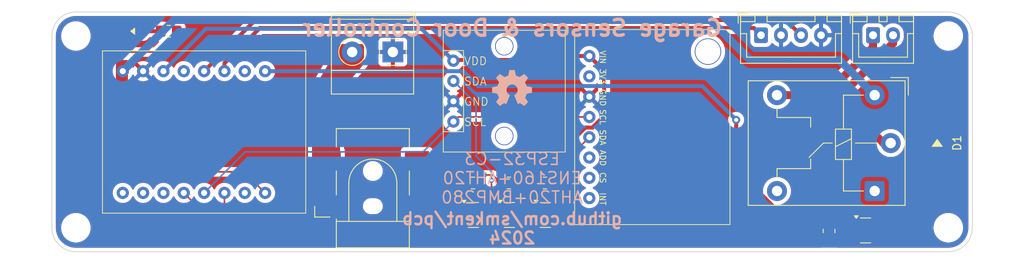
<source format=kicad_pcb>
(kicad_pcb (version 20240108) (generator "pcbnew") (generator_version "8.0")
  (layers (0 "F.Cu" signal) (31 "B.Cu" signal) (34 "B.Paste" user) (35 "F.Paste" user) (36 "B.SilkS" user "B.Silkscreen") (37 "F.SilkS" user "F.Silkscreen") (38 "B.Mask" user) (39 "F.Mask" user) (44 "Edge.Cuts" user))
  (net 0 "")
  (net 2 "GND")
  (net 9 "RELAY_COIL")
  (net 10 "+5V")
  (net 12 "RELAY_SW_COMMON")
  (net 13 "RELAY_SW_NO")
  (net 14 "Net-(LED1-A)")
  (net 15 "RELAY_CONTROL")
  (net 16 "SEL")
  (net 17 "Net-(Q2-D)")
  (net 18 "SDA")
  (net 19 "BUS1_SDA")
  (net 20 "BUS0_SDA")
  (net 21 "LED_STATUS")
  (net 22 "+3V3")
  (net 23 "SCL")
  (net 28 "DOOR_SENSE")
  (net 29 "LOCK_SENSE")
  (footprint "custom:TerminalBlock_Phoenix_MKDS-1,5-2-5.08_1x02_P5.08mm_Horizontal" (layer "F.Cu") (at 132.6 90.5 180)
    (property "Reference" "J4" (hide yes))
    (property "Value" "Conn_01x02")
    (fp_line (start 7.68 -5.261) (end 7.68 4.66) (stroke (width 0.12)) (layer "F.SilkS"))
    (fp_line (start 6.355 -1.069) (end 6.308 -1.023) (stroke (width 0.12)) (layer "F.SilkS"))
    (fp_line (start 6.15 -1.275) (end 6.115 -1.239) (stroke (width 0.12)) (layer "F.SilkS"))
    (fp_line (start 4.046 1.239) (end 4.011 1.274) (stroke (width 0.12)) (layer "F.SilkS"))
    (fp_line (start 3.853 1.023) (end 3.806 1.069) (stroke (width 0.12)) (layer "F.SilkS"))
    (fp_line (start -2.6 4.66) (end 7.68 4.66) (stroke (width 0.12)) (layer "F.SilkS"))
    (fp_line (start -2.6 4.1) (end 7.68 4.1) (stroke (width 0.12)) (layer "F.SilkS"))
    (fp_line (start -2.6 2.6) (end 7.68 2.6) (stroke (width 0.12)) (layer "F.SilkS"))
    (fp_line (start -2.6 -2.301) (end 7.68 -2.301) (stroke (width 0.12)) (layer "F.SilkS"))
    (fp_line (start -2.6 -5.261) (end 7.68 -5.261) (stroke (width 0.12)) (layer "F.SilkS"))
    (fp_line (start -2.6 -5.261) (end -2.6 4.66) (stroke (width 0.12)) (layer "F.SilkS"))
    (fp_line (start -2.84 4.9) (end -2.34 4.9) (stroke (width 0.12)) (layer "F.SilkS"))
    (fp_line (start -2.84 4.16) (end -2.84 4.9) (stroke (width 0.12)) (layer "F.SilkS"))
    (fp_arc (start 1.535427 -0.683042) (mid 1.680501 0.000524) (end 1.535 0.684) (stroke (width 0.12)) (layer "F.SilkS"))
    (fp_arc (start 0.683318 1.534756) (mid 0.349292 1.643288) (end 0 1.68) (stroke (width 0.12)) (layer "F.SilkS"))
    (fp_arc (start 0.028805 1.680253) (mid -0.335551 1.646659) (end -0.684 1.535) (stroke (width 0.12)) (layer "F.SilkS"))
    (fp_arc (start -0.683042 -1.535427) (mid 0.000524 -1.680501) (end 0.684 -1.535) (stroke (width 0.12)) (layer "F.SilkS"))
    (fp_arc (start -1.535427 0.683042) (mid -1.680501 -0.000524) (end -1.535 -0.684) (stroke (width 0.12)) (layer "F.SilkS"))
    (fp_circle (center 5.08 0) (end 6.76 0) (stroke (width 0.12)) (fill none) (layer "F.SilkS"))
    (pad "1" thru_hole rect (at 0 0 180) (size 2.6 2.6) (drill 1.3) (layers "*.Cu" "*.Mask") (net 2 "GND"))
    (pad "2" thru_hole circle (at 5.08 0 180) (size 2.6 2.6) (drill 1.3) (layers "*.Cu" "*.Mask") (net 10 "+5V"))
  )
  (footprint "Resistor_SMD:R_0805_2012Metric_Pad1.20x1.40mm_HandSolder" (layer "F.Cu") (at 151.6 106.9 180)
    (property "Reference" "R5" (hide yes))
    (property "Value" "10K")
    (fp_line (start -0.227064 0.735) (end 0.227064 0.735) (stroke (width 0.12)) (layer "F.SilkS"))
    (fp_line (start -0.227064 -0.735) (end 0.227064 -0.735) (stroke (width 0.12)) (layer "F.SilkS"))
    (pad "1" smd roundrect (at -1 0 180) (size 1.2 1.4) (layers "F.Cu" "F.Paste" "F.Mask") (roundrect_rratio 0.208333) (net 19 "BUS1_SDA"))
    (pad "2" smd roundrect (at 1 0 180) (size 1.2 1.4) (layers "F.Cu" "F.Paste" "F.Mask") (roundrect_rratio 0.208333) (net 22 "+3V3"))
  )
  (footprint "Package_TO_SOT_SMD:SOT-23" (layer "F.Cu") (at 147.1625 110.9)
    (property "Reference" "Q4" (hide yes))
    (property "Value" "BSS138")
    (fp_line (start 0 -1.56) (end -0.65 -1.56) (stroke (width 0.12)) (layer "F.SilkS"))
    (fp_line (start 0 -1.56) (end 0.65 -1.56) (stroke (width 0.12)) (layer "F.SilkS"))
    (fp_line (start 0 1.56) (end -0.65 1.56) (stroke (width 0.12)) (layer "F.SilkS"))
    (fp_line (start 0 1.56) (end 0.65 1.56) (stroke (width 0.12)) (layer "F.SilkS"))
    (fp_poly (pts (xy -1.1625 -1.51) (xy -1.4025 -1.84) (xy -0.9225 -1.84) (xy -1.1625 -1.51)) (stroke (width 0.12)) (fill solid) (layer "F.SilkS"))
    (pad "1" smd roundrect (at -0.9375 -0.95) (size 1.475 0.6) (layers "F.Cu" "F.Paste" "F.Mask") (net 16 "SEL"))
    (pad "2" smd roundrect (at -0.9375 0.95) (size 1.475 0.6) (layers "F.Cu" "F.Paste" "F.Mask") (net 18 "SDA"))
    (pad "3" smd roundrect (at 0.9375 0) (size 1.475 0.6) (layers "F.Cu" "F.Paste" "F.Mask") (net 20 "BUS0_SDA"))
  )
  (footprint "aliexpress:AHT20+BMP280" (layer "F.Cu") (at 151.6 95.4 -90)
    (property "Reference" "U2" (hide yes))
    (property "Value" "~")
    (fp_rect (start -5.08 10.16) (end 5.08 12.7) (stroke (width 0.1)) (fill none) (layer "F.SilkS"))
    (fp_rect (start -7.62 -2.54) (end 7.62 12.7) (stroke (width 0.1)) (fill none) (layer "F.SilkS"))
    (fp_text user "SCL" (at 4.445 10.16 0) (layer "F.SilkS") (effects (font (thickness 0.1)) (justify left bottom)))
    (fp_text user "VDD" (at -3.175 10.16 0) (layer "F.SilkS") (effects (font (thickness 0.1)) (justify left bottom)))
    (fp_text user "GND" (at 1.905 10.16 0) (layer "F.SilkS") (effects (font (thickness 0.1)) (justify left bottom)))
    (fp_text user "SDA" (at -0.635 10.16 0) (layer "F.SilkS") (effects (font (thickness 0.1)) (justify left bottom)))
    (pad "" np_thru_hole circle (at -5.62 5.08 270) (size 2.3 2.3) (drill 2.1) (layers "F&B.Cu" "*.Mask"))
    (pad "" np_thru_hole circle (at 5.62 5.08 270) (size 2.3 2.3) (drill 2.1) (layers "F&B.Cu" "*.Mask"))
    (pad "1" thru_hole circle (at -3.81 11.43 270) (size 1.524 1.524) (drill 0.762) (layers "*.Cu" "*.Mask") (net 22 "+3V3"))
    (pad "2" thru_hole circle (at -1.27 11.43 270) (size 1.524 1.524) (drill 0.762) (layers "*.Cu" "*.Mask") (net 20 "BUS0_SDA"))
    (pad "3" thru_hole circle (at 1.27 11.43 270) (size 1.524 1.524) (drill 0.762) (layers "*.Cu" "*.Mask") (net 2 "GND"))
    (pad "4" thru_hole circle (at 3.81 11.43 270) (size 1.524 1.524) (drill 0.762) (layers "*.Cu" "*.Mask") (net 23 "SCL"))
  )
  (footprint "aliexpress:ENS160+AHT2x" (layer "F.Cu") (at 165.02 99.9 -90)
    (property "Reference" "U3" (hide yes))
    (property "Value" "~")
    (fp_rect (start -12.2 -9.7) (end 12.2 9.7) (stroke (width 0.1)) (fill none) (layer "F.SilkS"))
    (fp_text user "INT" (at 8.128 6.604 -90) (layer "F.SilkS") (effects (font (size 0.7 0.7) (thickness 0.1)) (justify left bottom)))
    (fp_text user "SCL" (at -2.286 6.604 -90) (layer "F.SilkS") (effects (font (size 0.7 0.7) (thickness 0.1)) (justify left bottom)))
    (fp_text user "SDA" (at 0.254 6.604 -90) (layer "F.SilkS") (effects (font (size 0.7 0.7) (thickness 0.1)) (justify left bottom)))
    (fp_text user "3V3" (at -7.366 6.604 -90) (layer "F.SilkS") (effects (font (size 0.7 0.7) (thickness 0.1)) (justify left bottom)))
    (fp_text user "VIN" (at -9.652 6.604 -90) (layer "F.SilkS") (effects (font (size 0.7 0.7) (thickness 0.1)) (justify left bottom)))
    (fp_text user "CS" (at 5.588 6.604 -90) (layer "F.SilkS") (effects (font (size 0.7 0.7) (thickness 0.1)) (justify left bottom)))
    (fp_text user "GND" (at -4.826 6.604 -90) (layer "F.SilkS") (effects (font (size 0.7 0.7) (thickness 0.1)) (justify left bottom)))
    (fp_text user "ADD" (at 2.794 6.604 -90) (layer "F.SilkS") (effects (font (size 0.7 0.7) (thickness 0.1)) (justify left bottom)))
    (pad "" np_thru_hole circle (at -9.45 -6.95 270) (size 3.3 3.3) (drill 3.1) (layers "F&B.Cu" "*.Mask"))
    (pad "1" thru_hole circle (at -8.89 7.87 270) (size 1.524 1.524) (drill 0.762) (layers "*.Cu" "*.Mask") (net 22 "+3V3"))
    (pad "2" thru_hole circle (at -6.35 7.87 270) (size 1.524 1.524) (drill 0.762) (layers "*.Cu" "*.Mask"))
    (pad "3" thru_hole circle (at -3.81 7.87 270) (size 1.524 1.524) (drill 0.762) (layers "*.Cu" "*.Mask") (net 2 "GND"))
    (pad "4" thru_hole circle (at -1.27 7.87 270) (size 1.524 1.524) (drill 0.762) (layers "*.Cu" "*.Mask") (net 23 "SCL"))
    (pad "5" thru_hole circle (at 1.27 7.87 270) (size 1.524 1.524) (drill 0.762) (layers "*.Cu" "*.Mask") (net 19 "BUS1_SDA"))
    (pad "6" thru_hole circle (at 3.81 7.87 270) (size 1.524 1.524) (drill 0.762) (layers "*.Cu" "*.Mask"))
    (pad "7" thru_hole circle (at 6.35 7.87 270) (size 1.524 1.524) (drill 0.762) (layers "*.Cu" "*.Mask"))
    (pad "8" thru_hole circle (at 8.89 7.87 270) (size 1.524 1.524) (drill 0.762) (layers "*.Cu" "*.Mask"))
  )
  (footprint "Connector_BarrelJack:BarrelJack_CLIFF_FC681465S_SMT_Horizontal" (layer "F.Cu") (at 130.1 106.9 90)
    (property "Reference" "J1" (hide yes))
    (property "Value" "Barrel_Jack_Switch")
    (fp_line (start -2.92 -7.26) (end -4.26 -7.26) (stroke (width 0.12)) (layer "F.SilkS"))
    (fp_line (start -4.26 -7.26) (end -4.26 -5.36) (stroke (width 0.12)) (layer "F.SilkS"))
    (fp_line (start 4.5 -4.56) (end 6.81 -4.56) (stroke (width 0.12)) (layer "F.SilkS"))
    (fp_line (start -1.5 -4.56) (end 1.5 -4.56) (stroke (width 0.12)) (layer "F.SilkS"))
    (fp_line (start -8.11 -4.56) (end -4.5 -4.56) (stroke (width 0.12)) (layer "F.SilkS"))
    (fp_line (start -4.8 -3) (end 0 -3) (stroke (width 0.12)) (layer "F.SilkS"))
    (fp_line (start -4.8 3) (end 0 3) (stroke (width 0.12)) (layer "F.SilkS"))
    (fp_line (start 6.81 4.56) (end 6.81 -4.56) (stroke (width 0.12)) (layer "F.SilkS"))
    (fp_line (start 4.5 4.56) (end 6.81 4.56) (stroke (width 0.12)) (layer "F.SilkS"))
    (fp_line (start -1.5 4.56) (end 1.5 4.56) (stroke (width 0.12)) (layer "F.SilkS"))
    (fp_line (start -4.8 4.56) (end -4.8 -4.56) (stroke (width 0.12)) (layer "F.SilkS"))
    (fp_line (start -8.11 4.56) (end -8.11 -4.56) (stroke (width 0.12)) (layer "F.SilkS"))
    (fp_line (start -8.11 4.56) (end -4.5 4.56) (stroke (width 0.12)) (layer "F.SilkS"))
    (fp_arc (start 0 -3) (mid 3 0) (end 0 3) (stroke (width 0.12)) (layer "F.SilkS"))
    (pad "" np_thru_hole oval (at -2.9 0 180) (size 2 1.5) (drill oval 2 1.5) (layers "*.Cu" "*.Mask"))
    (pad "" np_thru_hole circle (at 1.5 0 180) (size 2 2) (drill 2) (layers "*.Cu" "*.Mask"))
    (pad "1" smd rect (at -3 -5.5 180) (size 3 2) (layers "F.Cu" "F.Paste" "F.Mask") (net 10 "+5V"))
    (pad "1" smd rect (at 3 -5.5 180) (size 3 2) (layers "F.Cu" "F.Paste" "F.Mask") (net 10 "+5V"))
    (pad "2" smd rect (at 3 5.5 180) (size 3 2) (layers "F.Cu" "F.Paste" "F.Mask"))
    (pad "3" smd rect (at -3 5.5 180) (size 3 2) (layers "F.Cu" "F.Paste" "F.Mask") (net 2 "GND"))
  )
  (footprint "MountingHole:MountingHole_3.2mm_M3" (layer "F.Cu") (at 202 112.5)
    (property "Reference" "REF**" (hide yes))
    (property "Value" "MountingHole_3.2mm_M3")
    (pad "" np_thru_hole circle (at 0 0) (size 3.2 3.2) (drill 3.2) (layers "F&B.Cu" "*.Mask"))
  )
  (footprint "Connector_JST:JST_XH_B4B-XH-A_1x04_P2.50mm_Vertical" (layer "F.Cu") (at 178.6 88.4)
    (property "Reference" "J3" (hide yes))
    (property "Value" "Conn_01x04_Socket")
    (fp_line (start -2.85 -2.75) (end -2.85 -1.5) (stroke (width 0.12)) (layer "F.SilkS"))
    (fp_line (start -2.56 -2.46) (end -2.56 3.51) (stroke (width 0.12)) (layer "F.SilkS"))
    (fp_line (start -2.56 3.51) (end 10.06 3.51) (stroke (width 0.12)) (layer "F.SilkS"))
    (fp_line (start -2.55 -2.45) (end -2.55 -1.7) (stroke (width 0.12)) (layer "F.SilkS"))
    (fp_line (start -2.55 -1.7) (end -0.75 -1.7) (stroke (width 0.12)) (layer "F.SilkS"))
    (fp_line (start -2.55 -0.2) (end -1.8 -0.2) (stroke (width 0.12)) (layer "F.SilkS"))
    (fp_line (start -1.8 -0.2) (end -1.8 2.75) (stroke (width 0.12)) (layer "F.SilkS"))
    (fp_line (start -1.8 2.75) (end 3.75 2.75) (stroke (width 0.12)) (layer "F.SilkS"))
    (fp_line (start -1.6 -2.75) (end -2.85 -2.75) (stroke (width 0.12)) (layer "F.SilkS"))
    (fp_line (start -0.75 -2.45) (end -2.55 -2.45) (stroke (width 0.12)) (layer "F.SilkS"))
    (fp_line (start -0.75 -1.7) (end -0.75 -2.45) (stroke (width 0.12)) (layer "F.SilkS"))
    (fp_line (start 0.75 -2.45) (end 0.75 -1.7) (stroke (width 0.12)) (layer "F.SilkS"))
    (fp_line (start 0.75 -1.7) (end 6.75 -1.7) (stroke (width 0.12)) (layer "F.SilkS"))
    (fp_line (start 6.75 -2.45) (end 0.75 -2.45) (stroke (width 0.12)) (layer "F.SilkS"))
    (fp_line (start 6.75 -1.7) (end 6.75 -2.45) (stroke (width 0.12)) (layer "F.SilkS"))
    (fp_line (start 8.25 -2.45) (end 8.25 -1.7) (stroke (width 0.12)) (layer "F.SilkS"))
    (fp_line (start 8.25 -1.7) (end 10.05 -1.7) (stroke (width 0.12)) (layer "F.SilkS"))
    (fp_line (start 9.3 -0.2) (end 9.3 2.75) (stroke (width 0.12)) (layer "F.SilkS"))
    (fp_line (start 9.3 2.75) (end 3.75 2.75) (stroke (width 0.12)) (layer "F.SilkS"))
    (fp_line (start 10.05 -2.45) (end 8.25 -2.45) (stroke (width 0.12)) (layer "F.SilkS"))
    (fp_line (start 10.05 -1.7) (end 10.05 -2.45) (stroke (width 0.12)) (layer "F.SilkS"))
    (fp_line (start 10.05 -0.2) (end 9.3 -0.2) (stroke (width 0.12)) (layer "F.SilkS"))
    (fp_line (start 10.06 -2.46) (end -2.56 -2.46) (stroke (width 0.12)) (layer "F.SilkS"))
    (fp_line (start 10.06 3.51) (end 10.06 -2.46) (stroke (width 0.12)) (layer "F.SilkS"))
    (pad "1" thru_hole roundrect (at 0 0) (size 1.7 1.95) (drill 0.95) (layers "*.Cu" "*.Mask") (roundrect_rratio 0.147059) (net 29 "LOCK_SENSE"))
    (pad "2" thru_hole oval (at 2.5 0) (size 1.7 1.95) (drill 0.95) (layers "*.Cu" "*.Mask") (net 2 "GND"))
    (pad "3" thru_hole oval (at 5 0) (size 1.7 1.95) (drill 0.95) (layers "*.Cu" "*.Mask") (net 28 "DOOR_SENSE"))
    (pad "4" thru_hole oval (at 7.5 0) (size 1.7 1.95) (drill 0.95) (layers "*.Cu" "*.Mask") (net 2 "GND"))
  )
  (footprint "Package_TO_SOT_SMD:SOT-23" (layer "F.Cu") (at 142.6625 110.9)
    (property "Reference" "Q2" (hide yes))
    (property "Value" "BSS138")
    (fp_line (start 0 -1.56) (end -0.65 -1.56) (stroke (width 0.12)) (layer "F.SilkS"))
    (fp_line (start 0 -1.56) (end 0.65 -1.56) (stroke (width 0.12)) (layer "F.SilkS"))
    (fp_line (start 0 1.56) (end -0.65 1.56) (stroke (width 0.12)) (layer "F.SilkS"))
    (fp_line (start 0 1.56) (end 0.65 1.56) (stroke (width 0.12)) (layer "F.SilkS"))
    (fp_poly (pts (xy -1.1625 -1.51) (xy -1.4025 -1.84) (xy -0.9225 -1.84) (xy -1.1625 -1.51)) (stroke (width 0.12)) (fill solid) (layer "F.SilkS"))
    (pad "1" smd roundrect (at -0.9375 -0.95) (size 1.475 0.6) (layers "F.Cu" "F.Paste" "F.Mask") (net 16 "SEL"))
    (pad "2" smd roundrect (at -0.9375 0.95) (size 1.475 0.6) (layers "F.Cu" "F.Paste" "F.Mask") (net 2 "GND"))
    (pad "3" smd roundrect (at 0.9375 0) (size 1.475 0.6) (layers "F.Cu" "F.Paste" "F.Mask") (net 17 "Net-(Q2-D)"))
  )
  (footprint "Resistor_SMD:R_0805_2012Metric_Pad1.20x1.40mm_HandSolder" (layer "F.Cu") (at 104.6 87.9)
    (property "Reference" "R2" (hide yes))
    (property "Value" "10K")
    (fp_line (start -0.227064 -0.735) (end 0.227064 -0.735) (stroke (width 0.12)) (layer "F.SilkS"))
    (fp_line (start -0.227064 0.735) (end 0.227064 0.735) (stroke (width 0.12)) (layer "F.SilkS"))
    (pad "1" smd roundrect (at -1 0) (size 1.2 1.4) (layers "F.Cu" "F.Paste" "F.Mask") (roundrect_rratio 0.208333) (net 14 "Net-(LED1-A)"))
    (pad "2" smd roundrect (at 1 0) (size 1.2 1.4) (layers "F.Cu" "F.Paste" "F.Mask") (roundrect_rratio 0.208333) (net 21 "LED_STATUS"))
  )
  (footprint "Package_TO_SOT_SMD:SOT-23" (layer "F.Cu") (at 191.6625 112.8375)
    (property "Reference" "Q1" (hide yes))
    (property "Value" "BSS138")
    (fp_line (start 0 -1.56) (end -0.65 -1.56) (stroke (width 0.12)) (layer "F.SilkS"))
    (fp_line (start 0 -1.56) (end 0.65 -1.56) (stroke (width 0.12)) (layer "F.SilkS"))
    (fp_line (start 0 1.56) (end -0.65 1.56) (stroke (width 0.12)) (layer "F.SilkS"))
    (fp_line (start 0 1.56) (end 0.65 1.56) (stroke (width 0.12)) (layer "F.SilkS"))
    (fp_poly (pts (xy -1.1625 -1.51) (xy -1.4025 -1.84) (xy -0.9225 -1.84) (xy -1.1625 -1.51)) (stroke (width 0.12)) (fill solid) (layer "F.SilkS"))
    (pad "1" smd roundrect (at -0.9375 -0.95) (size 1.475 0.6) (layers "F.Cu" "F.Paste" "F.Mask") (net 15 "RELAY_CONTROL"))
    (pad "2" smd roundrect (at -0.9375 0.95) (size 1.475 0.6) (layers "F.Cu" "F.Paste" "F.Mask") (net 2 "GND"))
    (pad "3" smd roundrect (at 0.9375 0) (size 1.475 0.6) (layers "F.Cu" "F.Paste" "F.Mask") (net 9 "RELAY_COIL"))
  )
  (footprint "Resistor_SMD:R_0805_2012Metric_Pad1.20x1.40mm_HandSolder" (layer "F.Cu") (at 147.1 106.9 180)
    (property "Reference" "R4" (hide yes))
    (property "Value" "10K")
    (fp_line (start -0.227064 0.735) (end 0.227064 0.735) (stroke (width 0.12)) (layer "F.SilkS"))
    (fp_line (start -0.227064 -0.735) (end 0.227064 -0.735) (stroke (width 0.12)) (layer "F.SilkS"))
    (pad "1" smd roundrect (at -1 0 180) (size 1.2 1.4) (layers "F.Cu" "F.Paste" "F.Mask") (roundrect_rratio 0.208333) (net 20 "BUS0_SDA"))
    (pad "2" smd roundrect (at 1 0 180) (size 1.2 1.4) (layers "F.Cu" "F.Paste" "F.Mask") (roundrect_rratio 0.208333) (net 22 "+3V3"))
  )
  (footprint "custom:LED_0805_2012Metric_Pad1.15x1.40mm_HandSolder_simple" (layer "F.Cu") (at 100.1 87.9)
    (property "Reference" "LED1" (hide yes))
    (property "Value" "LED")
    (fp_poly (pts (xy 0.254 -0.381) (xy 0.254 0.381) (xy -0.254 0)) (stroke (width 0.1)) (fill solid) (layer "F.SilkS"))
    (pad "1" smd roundrect (at -1.025 0) (size 1.15 1.4) (layers "F.Cu" "F.Paste" "F.Mask") (roundrect_rratio 0.217391) (net 2 "GND"))
    (pad "2" smd roundrect (at 1.025 0) (size 1.15 1.4) (layers "F.Cu" "F.Paste" "F.Mask") (roundrect_rratio 0.217391) (net 14 "Net-(LED1-A)"))
  )
  (footprint "Resistor_SMD:R_0805_2012Metric_Pad1.20x1.40mm_HandSolder" (layer "F.Cu") (at 187.1 112.9 90)
    (property "Reference" "R1" (hide yes))
    (property "Value" "10K")
    (fp_line (start -0.227064 -0.735) (end 0.227064 -0.735) (stroke (width 0.12)) (layer "F.SilkS"))
    (fp_line (start -0.227064 0.735) (end 0.227064 0.735) (stroke (width 0.12)) (layer "F.SilkS"))
    (pad "1" smd roundrect (at -1 0 90) (size 1.2 1.4) (layers "F.Cu" "F.Paste" "F.Mask") (roundrect_rratio 0.208333) (net 2 "GND"))
    (pad "2" smd roundrect (at 1 0 90) (size 1.2 1.4) (layers "F.Cu" "F.Paste" "F.Mask") (roundrect_rratio 0.208333) (net 15 "RELAY_CONTROL"))
  )
  (footprint "Resistor_SMD:R_0805_2012Metric_Pad1.20x1.40mm_HandSolder" (layer "F.Cu") (at 142.6 106.9 180)
    (property "Reference" "R3" (hide yes))
    (property "Value" "10K")
    (fp_line (start -0.227064 0.735) (end 0.227064 0.735) (stroke (width 0.12)) (layer "F.SilkS"))
    (fp_line (start -0.227064 -0.735) (end 0.227064 -0.735) (stroke (width 0.12)) (layer "F.SilkS"))
    (pad "1" smd roundrect (at -1 0 180) (size 1.2 1.4) (layers "F.Cu" "F.Paste" "F.Mask") (roundrect_rratio 0.208333) (net 17 "Net-(Q2-D)"))
    (pad "2" smd roundrect (at 1 0 180) (size 1.2 1.4) (layers "F.Cu" "F.Paste" "F.Mask") (roundrect_rratio 0.208333) (net 22 "+3V3"))
  )
  (footprint "MountingHole:MountingHole_3.2mm_M3" (layer "F.Cu") (at 202 88.5)
    (property "Reference" "REF**" (hide yes))
    (property "Value" "MountingHole_3.2mm_M3")
    (pad "" np_thru_hole circle (at 0 0) (size 3.2 3.2) (drill 3.2) (layers "F&B.Cu" "*.Mask"))
  )
  (footprint "Relay_THT:Relay_SPDT_Hongfa_HF3F-L-xx-1ZL1T" (layer "F.Cu") (at 192.8 107.9 180)
    (property "Reference" "K1" (hide yes))
    (property "Value" "Relay_SPDT")
    (fp_line (start 15.8 13.8) (end 15.8 -1.8) (stroke (width 0.12)) (layer "F.SilkS"))
    (fp_line (start 15.8 -1.8) (end -3.8 -1.8) (stroke (width 0.12)) (layer "F.SilkS"))
    (fp_line (start 12.2 10.4) (end 12.2 9.2) (stroke (width 0.12)) (layer "F.SilkS"))
    (fp_line (start 12.2 9.2) (end 8 9.2) (stroke (width 0.12)) (layer "F.SilkS"))
    (fp_line (start 12.2 2.8) (end 8 2.8) (stroke (width 0.12)) (layer "F.SilkS"))
    (fp_line (start 12.2 1.6) (end 12.2 2.8) (stroke (width 0.12)) (layer "F.SilkS"))
    (fp_line (start 8 9.2) (end 8 8) (stroke (width 0.12)) (layer "F.SilkS"))
    (fp_line (start 8 2.8) (end 8 4) (stroke (width 0.12)) (layer "F.SilkS"))
    (fp_line (start 6.4 6) (end 8.2 4.2) (stroke (width 0.12)) (layer "F.SilkS"))
    (fp_line (start 6.4 6) (end 5.3 6) (stroke (width 0.12)) (layer "F.SilkS"))
    (fp_line (start 4.9 7.75) (end 4.9 3.95) (stroke (width 0.12)) (layer "F.SilkS"))
    (fp_line (start 4.9 5.55) (end 2.9 6.55) (stroke (width 0.12)) (layer "F.SilkS"))
    (fp_line (start 4.9 3.95) (end 2.9 3.95) (stroke (width 0.12)) (layer "F.SilkS"))
    (fp_line (start 3.9 12) (end 1.4 12) (stroke (width 0.12)) (layer "F.SilkS"))
    (fp_line (start 3.9 7.75) (end 3.9 12) (stroke (width 0.12)) (layer "F.SilkS"))
    (fp_line (start 3.9 3.95) (end 3.9 0) (stroke (width 0.12)) (layer "F.SilkS"))
    (fp_line (start 3.9 0) (end 1.4 0) (stroke (width 0.12)) (layer "F.SilkS"))
    (fp_line (start 2.9 7.75) (end 4.9 7.75) (stroke (width 0.12)) (layer "F.SilkS"))
    (fp_line (start 2.9 3.95) (end 2.9 7.75) (stroke (width 0.12)) (layer "F.SilkS"))
    (fp_line (start -0.4 6) (end 2.4 6) (stroke (width 0.12)) (layer "F.SilkS"))
    (fp_line (start -3.8 13.8) (end 15.8 13.8) (stroke (width 0.12)) (layer "F.SilkS"))
    (fp_line (start -3.8 -1.8) (end -3.8 13.8) (stroke (width 0.12)) (layer "F.SilkS"))
    (fp_line (start -4.2 14.2) (end -2 14.2) (stroke (width 0.12)) (layer "F.SilkS"))
    (fp_line (start -4.2 12) (end -4.2 14.2) (stroke (width 0.12)) (layer "F.SilkS"))
    (pad "11" thru_hole circle (at -2 6 180) (size 2.5 2.5) (drill 1.3) (layers "*.Cu" "*.Mask") (net 12 "RELAY_SW_COMMON"))
    (pad "12" thru_hole circle (at 12.2 0 180) (size 2.5 2.5) (drill 1.3) (layers "*.Cu" "*.Mask"))
    (pad "14" thru_hole circle (at 12.2 12 180) (size 2.5 2.5) (drill 1.3) (layers "*.Cu" "*.Mask") (net 13 "RELAY_SW_NO"))
    (pad "A1" thru_hole roundrect (at 0 0 180) (size 2.5 2.5) (drill 1.3) (layers "*.Cu" "*.Mask") (roundrect_rratio 0.1) (net 9 "RELAY_COIL"))
    (pad "A2" thru_hole circle (at 0 12 180) (size 2.5 2.5) (drill 1.3) (layers "*.Cu" "*.Mask") (net 10 "+5V"))
  )
  (footprint "custom:D_SMA_simple" (layer "F.Cu") (at 200.6 101.9 -90)
    (property "Reference" "D1" (at 0 -2.5 -90) (layer "F.SilkS"))
    (property "Value" "SS34")
    (fp_poly (pts (xy 0.420439 0.621316) (xy -0.461741 -0.012664) (xy 0.420439 -0.648684)) (stroke (width 0.1)) (fill solid) (layer "F.SilkS"))
    (pad "1" smd roundrect (at -2 0 270) (size 2.5 1.8) (layers "F.Cu" "F.Paste" "F.Mask") (roundrect_rratio 0.1388888889) (net 10 "+5V"))
    (pad "2" smd roundrect (at 2 0 270) (size 2.5 1.8) (layers "F.Cu" "F.Paste" "F.Mask") (roundrect_rratio 0.1388888889) (net 9 "RELAY_COIL"))
  )
  (footprint "aliexpress:ESP32-C3-Super-Mini-Pins" (layer "F.Cu") (at 106.48 100.52 90)
    (property "Reference" "U1" (hide yes))
    (property "Value" "~")
    (fp_rect (start -10.16 -10.16) (end 10.16 15.24) (stroke (width 0.1)) (fill none) (layer "F.SilkS"))
    (pad "0" thru_hole circle (at 7.62 10.16 90) (size 1.524 1.524) (drill 0.762) (layers "*.Cu" "*.Mask") (net 15 "RELAY_CONTROL"))
    (pad "1" thru_hole circle (at 7.62 7.62 90) (size 1.524 1.524) (drill 0.762) (layers "*.Cu" "*.Mask"))
    (pad "2" thru_hole circle (at 7.62 5.08 90) (size 1.524 1.524) (drill 0.762) (layers "*.Cu" "*.Mask") (net 29 "LOCK_SENSE"))
    (pad "3" thru_hole circle (at 7.62 2.54 90) (size 1.524 1.524) (drill 0.762) (layers "*.Cu" "*.Mask") (net 28 "DOOR_SENSE"))
    (pad "3V3" thru_hole circle (at 7.62 -2.54 90) (size 1.524 1.524) (drill 0.762) (layers "*.Cu" "*.Mask") (net 22 "+3V3"))
    (pad "4" thru_hole circle (at 7.62 0 90) (size 1.524 1.524) (drill 0.762) (layers "*.Cu" "*.Mask"))
    (pad "5" thru_hole circle (at -7.62 -7.62 90) (size 1.524 1.524) (drill 0.762) (layers "*.Cu" "*.Mask"))
    (pad "5V" thru_hole circle (at 7.62 -7.62 90) (size 1.524 1.524) (drill 0.762) (layers "*.Cu" "*.Mask") (net 10 "+5V"))
    (pad "6" thru_hole circle (at -7.62 -5.08 90) (size 1.524 1.524) (drill 0.762) (layers "*.Cu" "*.Mask"))
    (pad "7" thru_hole circle (at -7.62 -2.54 90) (size 1.524 1.524) (drill 0.762) (layers "*.Cu" "*.Mask"))
    (pad "8" thru_hole circle (at -7.62 0 90) (size 1.524 1.524) (drill 0.762) (layers "*.Cu" "*.Mask") (net 18 "SDA"))
    (pad "9" thru_hole circle (at -7.62 2.54 90) (size 1.524 1.524) (drill 0.762) (layers "*.Cu" "*.Mask") (net 23 "SCL"))
    (pad "10" thru_hole circle (at -7.62 5.08 90) (size 1.524 1.524) (drill 0.762) (layers "*.Cu" "*.Mask") (net 16 "SEL"))
    (pad "20" thru_hole circle (at -7.62 7.62 90) (size 1.524 1.524) (drill 0.762) (layers "*.Cu" "*.Mask"))
    (pad "21" thru_hole circle (at -7.62 10.16 90) (size 1.524 1.524) (drill 0.762) (layers "*.Cu" "*.Mask") (net 21 "LED_STATUS"))
    (pad "G" thru_hole circle (at 7.62 -5.08 90) (size 1.524 1.524) (drill 0.762) (layers "*.Cu" "*.Mask") (net 2 "GND"))
  )
  (footprint "MountingHole:MountingHole_3.2mm_M3" (layer "F.Cu") (at 93 112.5)
    (property "Reference" "REF**" (hide yes))
    (property "Value" "MountingHole_3.2mm_M3")
    (pad "" np_thru_hole circle (at 0 0) (size 3.2 3.2) (drill 3.2) (layers "F&B.Cu" "*.Mask"))
  )
  (footprint "Connector_JST:JST_XH_B2B-XH-A_1x02_P2.50mm_Vertical" (layer "F.Cu") (at 192.6 88.4)
    (property "Reference" "J2" (hide yes))
    (property "Value" "Conn_01x02")
    (fp_line (start -2.85 -2.75) (end -2.85 -1.5) (stroke (width 0.12)) (layer "F.SilkS"))
    (fp_line (start -2.56 -2.46) (end -2.56 3.51) (stroke (width 0.12)) (layer "F.SilkS"))
    (fp_line (start -2.56 3.51) (end 5.06 3.51) (stroke (width 0.12)) (layer "F.SilkS"))
    (fp_line (start -2.55 -2.45) (end -2.55 -1.7) (stroke (width 0.12)) (layer "F.SilkS"))
    (fp_line (start -2.55 -1.7) (end -0.75 -1.7) (stroke (width 0.12)) (layer "F.SilkS"))
    (fp_line (start -2.55 -0.2) (end -1.8 -0.2) (stroke (width 0.12)) (layer "F.SilkS"))
    (fp_line (start -1.8 -0.2) (end -1.8 2.75) (stroke (width 0.12)) (layer "F.SilkS"))
    (fp_line (start -1.8 2.75) (end 1.25 2.75) (stroke (width 0.12)) (layer "F.SilkS"))
    (fp_line (start -1.6 -2.75) (end -2.85 -2.75) (stroke (width 0.12)) (layer "F.SilkS"))
    (fp_line (start -0.75 -2.45) (end -2.55 -2.45) (stroke (width 0.12)) (layer "F.SilkS"))
    (fp_line (start -0.75 -1.7) (end -0.75 -2.45) (stroke (width 0.12)) (layer "F.SilkS"))
    (fp_line (start 0.75 -2.45) (end 0.75 -1.7) (stroke (width 0.12)) (layer "F.SilkS"))
    (fp_line (start 0.75 -1.7) (end 1.75 -1.7) (stroke (width 0.12)) (layer "F.SilkS"))
    (fp_line (start 1.75 -2.45) (end 0.75 -2.45) (stroke (width 0.12)) (layer "F.SilkS"))
    (fp_line (start 1.75 -1.7) (end 1.75 -2.45) (stroke (width 0.12)) (layer "F.SilkS"))
    (fp_line (start 3.25 -2.45) (end 3.25 -1.7) (stroke (width 0.12)) (layer "F.SilkS"))
    (fp_line (start 3.25 -1.7) (end 5.05 -1.7) (stroke (width 0.12)) (layer "F.SilkS"))
    (fp_line (start 4.3 -0.2) (end 4.3 2.75) (stroke (width 0.12)) (layer "F.SilkS"))
    (fp_line (start 4.3 2.75) (end 1.25 2.75) (stroke (width 0.12)) (layer "F.SilkS"))
    (fp_line (start 5.05 -2.45) (end 3.25 -2.45) (stroke (width 0.12)) (layer "F.SilkS"))
    (fp_line (start 5.05 -1.7) (end 5.05 -2.45) (stroke (width 0.12)) (layer "F.SilkS"))
    (fp_line (start 5.05 -0.2) (end 4.3 -0.2) (stroke (width 0.12)) (layer "F.SilkS"))
    (fp_line (start 5.06 -2.46) (end -2.56 -2.46) (stroke (width 0.12)) (layer "F.SilkS"))
    (fp_line (start 5.06 3.51) (end 5.06 -2.46) (stroke (width 0.12)) (layer "F.SilkS"))
    (pad "1" thru_hole roundrect (at 0 0) (size 1.7 2) (drill 1) (layers "*.Cu" "*.Mask") (roundrect_rratio 0.147059) (net 13 "RELAY_SW_NO"))
    (pad "2" thru_hole oval (at 2.5 0) (size 1.7 2) (drill 1) (layers "*.Cu" "*.Mask") (net 12 "RELAY_SW_COMMON"))
  )
  (footprint "Package_TO_SOT_SMD:SOT-23" (layer "F.Cu") (at 151.6625 110.9)
    (property "Reference" "Q3" (hide yes))
    (property "Value" "BSS138")
    (fp_line (start 0 -1.56) (end -0.65 -1.56) (stroke (width 0.12)) (layer "F.SilkS"))
    (fp_line (start 0 -1.56) (end 0.65 -1.56) (stroke (width 0.12)) (layer "F.SilkS"))
    (fp_line (start 0 1.56) (end -0.65 1.56) (stroke (width 0.12)) (layer "F.SilkS"))
    (fp_line (start 0 1.56) (end 0.65 1.56) (stroke (width 0.12)) (layer "F.SilkS"))
    (fp_poly (pts (xy -1.1625 -1.51) (xy -1.4025 -1.84) (xy -0.9225 -1.84) (xy -1.1625 -1.51)) (stroke (width 0.12)) (fill solid) (layer "F.SilkS"))
    (pad "1" smd roundrect (at -0.9375 -0.95) (size 1.475 0.6) (layers "F.Cu" "F.Paste" "F.Mask") (net 17 "Net-(Q2-D)"))
    (pad "2" smd roundrect (at -0.9375 0.95) (size 1.475 0.6) (layers "F.Cu" "F.Paste" "F.Mask") (net 18 "SDA"))
    (pad "3" smd roundrect (at 0.9375 0) (size 1.475 0.6) (layers "F.Cu" "F.Paste" "F.Mask") (net 19 "BUS1_SDA"))
  )
  (footprint "MountingHole:MountingHole_3.2mm_M3" (layer "F.Cu") (at 93 88.5)
    (property "Reference" "REF**" (hide yes))
    (property "Value" "MountingHole_3.2mm_M3")
    (pad "" np_thru_hole circle (at 0 0) (size 3.2 3.2) (drill 3.2) (layers "*.Cu" "*.Mask"))
  )
  (footprint "graphics:oshw-logo-5mm" (layer "B.Cu") (at 147.5 95 180)
    (property "Reference" "G***" (hide yes))
    (property "Value" "LOGO" (hide yes))
    (fp_poly (pts (xy 0.087879 2.243131) (xy 0.156266 2.242994) (xy 0.210969 2.242671) (xy 0.253576 2.242086) (xy 0.285679 2.241165) (xy 0.308869 2.239829) (xy 0.324735 2.238004) (xy 0.334868 2.235613) (xy 0.340858 2.23258) (xy 0.344296 2.228828) (xy 0.345474 2.226811) (xy 0.34894 2.215068) (xy 0.355046 2.188649) (xy 0.363402 2.149471) (xy 0.373617 2.09945) (xy 0.385301 2.0405) (xy 0.398065 1.974539) (xy 0.411518 1.903483) (xy 0.41374 1.891602) (xy 0.427294 1.820157) (xy 0.440315 1.753733) (xy 0.452406 1.694205) (xy 0.463165 1.643446) (xy 0.472195 1.603332) (xy 0.479096 1.575738) (xy 0.483469 1.562539) (xy 0.483944 1.561849) (xy 0.495128 1.555173) (xy 0.519543 1.543441) (xy 0.554685 1.52768) (xy 0.598054 1.508913) (xy 0.647148 1.488167) (xy 0.699464 1.466467) (xy 0.752502 1.444838) (xy 0.803759 1.424305) (xy 0.850734 1.405893) (xy 0.890924 1.390628) (xy 0.921829 1.379536) (xy 0.940946 1.37364) (xy 0.944862 1.37296) (xy 0.956838 1.376606) (xy 0.979353 1.388327) (xy 1.012959 1.408473) (xy 1.05821 1.437393) (xy 1.115658 1.475436) (xy 1.185855 1.52295) (xy 1.226628 1.550863) (xy 1.29727 1.599371) (xy 1.355329 1.639174) (xy 1.402136 1.671103) (xy 1.439023 1.695985) (xy 1.467319 1.714652) (xy 1.488354 1.727931) (xy 1.503461 1.736653) (xy 1.513969 1.741647) (xy 1.521209 1.743741) (xy 1.526511 1.743766) (xy 1.531206 1.742551) (xy 1.533162 1.741919) (xy 1.54394 1.734455) (xy 1.564476 1.716548) (xy 1.593187 1.68981) (xy 1.628487 1.655856) (xy 1.668791 1.6163) (xy 1.712513 1.572754) (xy 1.758068 1.526833) (xy 1.803872 1.48015) (xy 1.848338 1.434318) (xy 1.889882 1.390952) (xy 1.926919 1.351665) (xy 1.957863 1.318071) (xy 1.98113 1.291783) (xy 1.995133 1.274415) (xy 1.998606 1.268128) (xy 1.993966 1.257503) (xy 1.980746 1.234663) (xy 1.959997 1.201241) (xy 1.93277 1.15887) (xy 1.900114 1.10918) (xy 1.863081 1.053806) (xy 1.822721 0.994377) (xy 1.817298 0.986458) (xy 1.762865 0.906455) (xy 1.717988 0.839212) (xy 1.682767 0.784885) (xy 1.657299 0.743626) (xy 1.641681 0.715591) (xy 1.636011 0.700934) (xy 1.63599 0.700442) (xy 1.639317 0.685509) (xy 1.6486 0.65807) (xy 1.662791 0.620542) (xy 1.680843 0.575345) (xy 1.701708 0.524898) (xy 1.724339 0.471618) (xy 1.747689 0.417924) (xy 1.770709 0.366235) (xy 1.792352 0.31897) (xy 1.811572 0.278548) (xy 1.827319 0.247386) (xy 1.838548 0.227903) (xy 1.842919 0.222653) (xy 1.854981 0.218518) (xy 1.88165 0.211838) (xy 1.920929 0.203033) (xy 1.970821 0.192525) (xy 2.029332 0.180735) (xy 2.094464 0.168084) (xy 2.159154 0.155929) (xy 2.228726 0.142945) (xy 2.293614 0.130603) (xy 2.35181 0.119304) (xy 2.401303 0.109447) (xy 2.440083 0.101433) (xy 2.46614 0.095661) (xy 2.477175 0.092663) (xy 2.496149 0.084691) (xy 2.496149 -0.251905) (xy 2.496107 -0.336358) (xy 2.495936 -0.405503) (xy 2.495569 -0.460898) (xy 2.49494 -0.504103) (xy 2.49398 -0.536675) (xy 2.492623 -0.560172) (xy 2.490803 -0.576153) (xy 2.488451 -0.586175) (xy 2.4855 -0.591798) (xy 2.481885 -0.594578) (xy 2.481391 -0.5948) (xy 2.469941 -0.597761) (xy 2.443865 -0.603408) (xy 2.40512 -0.611352) (xy 2.355663 -0.621203) (xy 2.297452 -0.632571) (xy 2.232443 -0.645065) (xy 2.163542 -0.658119) (xy 2.079121 -0.674172) (xy 2.010085 -0.687705) (xy 1.95519 -0.699001) (xy 1.913191 -0.708344) (xy 1.882842 -0.716018) (xy 1.862898 -0.722307) (xy 1.852115 -0.727492) (xy 1.849931 -0.729525) (xy 1.844228 -0.740775) (xy 1.833189 -0.765632) (xy 1.817684 -0.80202) (xy 1.798584 -0.847865) (xy 1.776759 -0.901091) (xy 1.753079 -0.959622) (xy 1.745198 -0.97927) (xy 1.714184 -1.057698) (xy 1.689873 -1.121334) (xy 1.672056 -1.170772) (xy 1.660526 -1.206607) (xy 1.655075 -1.229431) (xy 1.654709 -1.237677) (xy 1.660251 -1.249827) (xy 1.674339 -1.27405) (xy 1.69585 -1.3086) (xy 1.723661 -1.351733) (xy 1.756648 -1.401702) (xy 1.793687 -1.456762) (xy 1.82852 -1.507718) (xy 1.867951 -1.565378) (xy 1.90415 -1.61908) (xy 1.936026 -1.66715) (xy 1.962494 -1.707913) (xy 1.982463 -1.739696) (xy 1.994846 -1.760824) (xy 1.998606 -1.76934) (xy 1.992809 -1.778351) (xy 1.976278 -1.797825) (xy 1.950299 -1.826397) (xy 1.916163 -1.8627) (xy 1.875156 -1.90537) (xy 1.828567 -1.953041) (xy 1.777684 -2.004348) (xy 1.763947 -2.018078) (xy 1.702896 -2.078805) (xy 1.652561 -2.128416) (xy 1.611884 -2.167873) (xy 1.579807 -2.198138) (xy 1.555274 -2.220172) (xy 1.537227 -2.234937) (xy 1.524608 -2.243394) (xy 1.516361 -2.246504) (xy 1.513067 -2.246203) (xy 1.502498 -2.240155) (xy 1.479761 -2.225661) (xy 1.446567 -2.203858) (xy 1.404624 -2.175885) (xy 1.355642 -2.142883) (xy 1.301331 -2.105989) (xy 1.253143 -2.073031) (xy 1.195756 -2.033974) (xy 1.142249 -1.998155) (xy 1.094326 -1.966668) (xy 1.053693 -1.94061) (xy 1.022054 -1.921076) (xy 1.001113 -1.909162) (xy 0.993023 -1.905843) (xy 0.980042 -1.909686) (xy 0.955378 -1.920258) (xy 0.922106 -1.936127) (xy 0.883303 -1.955859) (xy 0.865677 -1.965178) (xy 0.825565 -1.985941) (xy 0.789742 -2.003199) (xy 0.761244 -2.015583) (xy 0.743112 -2.021725) (xy 0.739212 -2.0221) (xy 0.73464 -2.018225) (xy 0.727457 -2.007073) (xy 0.717281 -1.987774) (xy 0.703728 -1.95946) (xy 0.686416 -1.921259) (xy 0.664961 -1.872302) (xy 0.638979 -1.811719) (xy 0.608088 -1.738641) (xy 0.571905 -1.652198) (xy 0.530046 -1.551519) (xy 0.500982 -1.481343) (xy 0.463631 -1.390821) (xy 0.428246 -1.304612) (xy 0.395348 -1.22402) (xy 0.365463 -1.15035) (xy 0.339114 -1.084906) (xy 0.316824 -1.028993) (xy 0.299118 -0.983915) (xy 0.286519 -0.950977) (xy 0.27955 -0.931482) (xy 0.278287 -0.926692) (xy 0.285649 -0.911279) (xy 0.305746 -0.893033) (xy 0.314127 -0.887295) (xy 0.338119 -0.871196) (xy 0.36969 -0.849156) (xy 0.402906 -0.82533) (xy 0.410605 -0.819704) (xy 0.492542 -0.74956) (xy 0.561406 -0.669813) (xy 0.616751 -0.582045) (xy 0.658129 -0.487838) (xy 0.68509 -0.388774) (xy 0.697187 -0.286436) (xy 0.693972 -0.182406) (xy 0.674997 -0.078266) (xy 0.645695 0.010265) (xy 0.619301 0.068097) (xy 0.588288 0.120201) (xy 0.549548 0.171057) (xy 0.499975 0.225148) (xy 0.48911 0.236126) (xy 0.414379 0.302568) (xy 0.336542 0.354447) (xy 0.251765 0.394052) (xy 0.189741 0.414695) (xy 0.129452 0.427248) (xy 0.059071 0.434186) (xy -0.015588 0.435511) (xy -0.088712 0.431221) (xy -0.154487 0.421318) (xy -0.181308 0.414695) (xy -0.280656 0.377658) (xy -0.372401 0.326698) (xy -0.455176 0.263279) (xy -0.527611 0.188861) (xy -0.588338 0.104908) (xy -0.63599 0.01288) (xy -0.669198 -0.08576) (xy -0.675503 -0.113303) (xy -0.68903 -0.219266) (xy -0.686348 -0.324378) (xy -0.668094 -0.42699) (xy -0.634907 -0.525453) (xy -0.587425 -0.618119) (xy -0.526284 -0.70334) (xy -0.452124 -0.779466) (xy -0.402172 -0.819704) (xy -0.369456 -0.843334) (xy -0.336935 -0.866195) (xy -0.310541 -0.884131) (xy -0.305694 -0.887295) (xy -0.282243 -0.905753) (xy -0.270599 -0.922399) (xy -0.269854 -0.926692) (xy -0.273009 -0.937054) (xy -0.282124 -0.96168) (xy -0.296676 -0.999267) (xy -0.316141 -1.048511) (xy -0.339996 -1.108107) (xy -0.367716 -1.17675) (xy -0.398778 -1.253136) (xy -0.432658 -1.335961) (xy -0.468832 -1.42392) (xy -0.492548 -1.481343) (xy -0.538131 -1.591314) (xy -0.577799 -1.686508) (xy -0.611936 -1.767796) (xy -0.640926 -1.836048) (xy -0.665151 -1.892132) (xy -0.684995 -1.93692) (xy -0.70084 -1.971281) (xy -0.713071 -1.996084) (xy -0.72207 -2.0122) (xy -0.728221 -2.020499) (xy -0.730779 -2.0221) (xy -0.743415 -2.019121) (xy -0.767748 -2.009302) (xy -0.800737 -1.994011) (xy -0.839345 -1.974615) (xy -0.857244 -1.965178) (xy -0.897481 -1.944225) (xy -0.933508 -1.926519) (xy -0.962252 -1.913492) (xy -0.980635 -1.90658) (xy -0.98459 -1.905843) (xy -0.995184 -1.91048) (xy -1.017914 -1.923661) (xy -1.051075 -1.944289) (xy -1.092962 -1.97127) (xy -1.141872 -2.003508) (xy -1.196099 -2.039907) (xy -1.24471 -2.073031) (xy -1.30216 -2.112301) (xy -1.355709 -2.148631) (xy -1.403646 -2.180881) (xy -1.444263 -2.207913) (xy -1.475848 -2.228588) (xy -1.496694 -2.241767) (xy -1.504634 -2.246203) (xy -1.510764 -2.245842) (xy -1.520631 -2.240712) (xy -1.53529 -2.229851) (xy -1.555801 -2.212299) (xy -1.58322 -2.187093) (xy -1.618604 -2.153272) (xy -1.663011 -2.109875) (xy -1.717499 -2.05594) (xy -1.755514 -2.018078) (xy -1.8073 -1.966051) (xy -1.855126 -1.917307) (xy -1.897704 -1.873209) (xy -1.933746 -1.835123) (xy -1.961963 -1.804416) (xy -1.981068 -1.782451) (xy -1.989772 -1.770595) (xy -1.990172 -1.76934) (xy -1.985528 -1.759204) (xy -1.97232 -1.736911) (xy -1.951637 -1.704134) (xy -1.924568 -1.662548) (xy -1.8922 -1.613827) (xy -1.855622 -1.559644) (xy -1.820087 -1.507718) (xy -1.780424 -1.449636) (xy -1.743831 -1.395119) (xy -1.711432 -1.345911) (xy -1.68435 -1.30376) (xy -1.663708 -1.270409) (xy -1.65063 -1.247605) (xy -1.646275 -1.237677) (xy -1.647815 -1.223143) (xy -1.655295 -1.195992) (xy -1.668925 -1.155631) (xy -1.688911 -1.101465) (xy -1.715462 -1.032901) (xy -1.736764 -0.97927) (xy -1.760856 -0.919472) (xy -1.783373 -0.86431) (xy -1.803446 -0.81586) (xy -1.820205 -0.776198) (xy -1.832778 -0.747398) (xy -1.840296 -0.731537) (xy -1.841498 -0.729525) (xy -1.848597 -0.724739) (xy -1.8643 -0.718978) (xy -1.889852 -0.711957) (xy -1.9265 -0.703394) (xy -1.975488 -0.693004) (xy -2.038061 -0.680504) (xy -2.115465 -0.66561) (xy -2.155109 -0.658119) (xy -2.224906 -0.644894) (xy -2.289838 -0.632412) (xy -2.347946 -0.621062) (xy -2.397273 -0.611234) (xy -2.435864 -0.603318) (xy -2.461759 -0.597703) (xy -2.472958 -0.5948) (xy -2.47666 -0.592261) (xy -2.479688 -0.587072) (xy -2.48211 -0.577674) (xy -2.483993 -0.562509) (xy -2.485403 -0.540019) (xy -2.486408 -0.508647) (xy -2.487074 -0.466833) (xy -2.48747 -0.413019) (xy -2.487661 -0.345647) (xy -2.487715 -0.263159) (xy -2.487716 -0.251905) (xy -2.487716 0.084691) (xy -2.468741 0.092663) (xy -2.456259 0.096002) (xy -2.429192 0.101954) (xy -2.38955 0.110118) (xy -2.339345 0.120095) (xy -2.280585 0.131485) (xy -2.215281 0.143888) (xy -2.150721 0.155929) (xy -2.081227 0.169002) (xy -2.016499 0.181606) (xy -1.958535 0.193318) (xy -1.909331 0.203719) (xy -1.870882 0.212387) (xy -1.845185 0.218901) (xy -1.834486 0.222653) (xy -1.826748 0.233268) (xy -1.813812 0.257131) (xy -1.796725 0.291823) (xy -1.776535 0.334927) (xy -1.754288 0.384022) (xy -1.731032 0.436691) (xy -1.707816 0.490515) (xy -1.685686 0.543075) (xy -1.66569 0.591953) (xy -1.648876 0.63473) (xy -1.63629 0.668987) (xy -1.628981 0.692307) (xy -1.627556 0.700442) (xy -1.632566 0.714211) (xy -1.647531 0.741369) (xy -1.672353 0.78176) (xy -1.706935 0.835231) (xy -1.751177 0.901627) (xy -1.804984 0.980794) (xy -1.808864 0.986458) (xy -1.849579 1.046292) (xy -1.887102 1.102285) (xy -1.920385 1.152803) (xy -1.948376 1.196216) (xy -1.970024 1.230891) (xy -1.98428 1.255195) (xy -1.990092 1.267497) (xy -1.990172 1.268128) (xy -1.984401 1.27751) (xy -1.968143 1.297057) (xy -1.942984 1.325156) (xy -1.910509 1.360192) (xy -1.872304 1.400553) (xy -1.829953 1.444624) (xy -1.785041 1.490791) (xy -1.739155 1.537443) (xy -1.693878 1.582964) (xy -1.650797 1.625741) (xy -1.611496 1.66416) (xy -1.577561 1.696609) (xy -1.550577 1.721472) (xy -1.532128 1.737137) (xy -1.524729 1.741919) (xy -1.519788 1.743378) (xy -1.514663 1.743842) (xy -1.508024 1.742483) (xy -1.498539 1.73847) (xy -1.484878 1.730976) (xy -1.46571 1.719171) (xy -1.439704 1.702225) (xy -1.405529 1.679309) (xy -1.361854 1.649595) (xy -1.307349 1.612254) (xy -1.240683 1.566455) (xy -1.217273 1.550365) (xy -1.140448 1.497908) (xy -1.076657 1.455115) (xy -1.025357 1.421642) (xy -0.986003 1.397148) (xy -0.958054 1.381288) (xy -0.940965 1.37372) (xy -0.936436 1.372933) (xy -0.922992 1.376331) (xy -0.8967 1.38536) (xy -0.860066 1.398994) (xy -0.815595 1.416207) (xy -0.765794 1.435973) (xy -0.713168 1.457266) (xy -0.660223 1.479058) (xy -0.609464 1.500325) (xy -0.563398 1.52004) (xy -0.52453 1.537176) (xy -0.495366 1.550708) (xy -0.478412 1.559609) (xy -0.475585 1.561668) (xy -0.471634 1.572203) (xy -0.465096 1.597459) (xy -0.456373 1.635561) (xy -0.445864 1.684631) (xy -0.433969 1.742792) (xy -0.421089 1.808167) (xy -0.407625 1.878878) (xy -0.405275 1.89146) (xy -0.391782 1.963158) (xy -0.378908 2.030076) (xy -0.367044 2.090296) (xy -0.356579 2.141902) (xy -0.347903 2.182975) (xy -0.341407 2.211597) (xy -0.33748 2.225851) (xy -0.337117 2.22667) (xy -0.334335 2.230817) (xy -0.329803 2.234205) (xy -0.321931 2.236909) (xy -0.309126 2.239006) (xy -0.289798 2.240574) (xy -0.262355 2.241688) (xy -0.225207 2.242427) (xy -0.176762 2.242866) (xy -0.115429 2.243083) (xy -0.039617 2.243155) (xy 0.004217 2.24316)) (fill solid) (layer "B.SilkS"))
  )
  (gr_poly (pts (arc (start 90 112.5) (mid 90.87868 114.62132) (end 93 115.5)) (arc (start 202 115.5) (mid 204.12132 114.62132) (end 205 112.5)) (arc (start 205 88.5) (mid 204.12132 86.37868) (end 202 85.5)) (arc (start 93 85.5) (mid 90.87868 86.37868) (end 90 88.5))) (stroke (width 0.1)) (fill none) (layer "Edge.Cuts"))
  (gr_text "github.com/smkent/pcb\n2024" (at 147.5 110.5 0) (layer "B.SilkS") (effects (font (size 1.5 1.5) (thickness 0.3) (bold yes)) (justify top mirror)))
  (gr_text "ESP32-C3\nENS160+AHT20\nAHT20+BMP280" (at 147.5 103 0) (layer "B.SilkS") (effects (font (size 1.5 1.5) (thickness 0.1875)) (justify top mirror)))
  (gr_text "Garage Sensors & Door Controller" (at 147.5 87.5 0) (layer "B.SilkS") (effects (font (size 2 2) (thickness 0.4) (bold yes)) (justify mirror)))
  (segment (start 177.262285 91.5) (end 188.4 91.5) (width 1) (layer "B.Cu") (net 10))
  (segment (start 105.26 86.5) (end 172.262285 86.5) (width 1) (layer "B.Cu") (net 10))
  (segment (start 172.262285 86.5) (end 177.262285 91.5) (width 1) (layer "B.Cu") (net 10))
  (segment (start 188.4 91.5) (end 192.8 95.9) (width 1) (layer "B.Cu") (net 10))
  (segment (start 98.86 92.9) (end 105.26 86.5) (width 1) (layer "B.Cu") (net 10))
  (segment (start 189 95.5) (end 189 97) (width 1) (layer "F.Cu") (net 12))
  (segment (start 195.1 88.4) (end 195.1 89.4) (width 1) (layer "F.Cu") (net 12))
  (segment (start 189 97) (end 193.9 101.9) (width 1) (layer "F.Cu") (net 12))
  (segment (start 195.1 89.4) (end 189 95.5) (width 1) (layer "F.Cu") (net 12))
  (segment (start 193.9 101.9) (end 194.8 101.9) (width 1) (layer "F.Cu") (net 12))
  (segment (start 186.6 95.9) (end 192.6 89.9) (width 1) (layer "F.Cu") (net 13))
  (segment (start 180.6 95.9) (end 186.6 95.9) (width 1) (layer "F.Cu") (net 13))
  (segment (start 192.6 89.9) (end 192.6 88.4) (width 1) (layer "F.Cu") (net 13))
  (segment (start 101.125 87.9) (end 103.6 87.9) (width 0.5) (layer "F.Cu") (net 14))
  (segment (start 190.7125 111.9) (end 190.725 111.8875) (width 0.5) (layer "F.Cu") (net 15))
  (segment (start 187.1 111.9) (end 182.195836 111.9) (width 0.5) (layer "F.Cu") (net 15))
  (segment (start 175.5 105.204164) (end 175.5 99) (width 0.5) (layer "F.Cu") (net 15))
  (segment (start 187.1 111.9) (end 190.7125 111.9) (width 0.5) (layer "F.Cu") (net 15))
  (segment (start 182.195836 111.9) (end 175.5 105.204164) (width 0.5) (layer "F.Cu") (net 15))
  (via (at 175.5 99) (size 1) (drill 0.5) (layers "F.Cu" "B.Cu") (net 15))
  (segment (start 141.4 92.9) (end 116.64 92.9) (width 0.5) (layer "B.Cu") (net 15))
  (segment (start 143.262 94.762) (end 141.4 92.9) (width 0.5) (layer "B.Cu") (net 15))
  (segment (start 171.262 94.762) (end 143.262 94.762) (width 0.5) (layer "B.Cu") (net 15))
  (segment (start 175.5 99) (end 171.262 94.762) (width 0.5) (layer "B.Cu") (net 15))
  (segment (start 141.725 109.95) (end 141.725 110.471948) (width 0.2) (layer "F.Cu") (net 16))
  (segment (start 146.225 109.95) (end 143.175 113) (width 0.2) (layer "F.Cu") (net 16))
  (segment (start 113.5 113) (end 111.56 111.06) (width 0.2) (layer "F.Cu") (net 16))
  (segment (start 141.725 110.471948) (end 143.340552 112.0875) (width 0.2) (layer "F.Cu") (net 16))
  (segment (start 144.0875 112.0875) (end 146.225 109.95) (width 0.2) (layer "F.Cu") (net 16))
  (segment (start 143.340552 112.0875) (end 144.0875 112.0875) (width 0.2) (layer "F.Cu") (net 16))
  (segment (start 143.175 113) (end 113.5 113) (width 0.2) (layer "F.Cu") (net 16))
  (segment (start 111.56 111.06) (end 111.56 108.14) (width 0.2) (layer "F.Cu") (net 16))
  (segment (start 147 109) (end 147.95 109.95) (width 0.2) (layer "F.Cu") (net 17))
  (segment (start 143.6 106.9) (end 143.6 110.9) (width 0.2) (layer "F.Cu") (net 17))
  (segment (start 143.6 110.9) (end 143.6 109) (width 0.2) (layer "F.Cu") (net 17))
  (segment (start 143.6 109) (end 147 109) (width 0.2) (layer "F.Cu") (net 17))
  (segment (start 147.95 109.95) (end 150.725 109.95) (width 0.2) (layer "F.Cu") (net 17))
  (segment (start 144.675 113.4) (end 113.334314 113.4) (width 0.2) (layer "F.Cu") (net 18))
  (segment (start 146.225 111.85) (end 144.675 113.4) (width 0.2) (layer "F.Cu") (net 18))
  (segment (start 110.934314 111) (end 109.34 111) (width 0.2) (layer "F.Cu") (net 18))
  (segment (start 113.334314 113.4) (end 110.934314 111) (width 0.2) (layer "F.Cu") (net 18))
  (segment (start 150.725 111.85) (end 146.225 111.85) (width 0.2) (layer "F.Cu") (net 18))
  (segment (start 109.34 111) (end 106.48 108.14) (width 0.2) (layer "F.Cu") (net 18))
  (segment (start 152.6 106.9) (end 152.6 105.72) (width 0.2) (layer "F.Cu") (net 19))
  (segment (start 152.6 105.72) (end 157.15 101.17) (width 0.2) (layer "F.Cu") (net 19))
  (segment (start 152.6 110.9) (end 152.6 106.9) (width 0.2) (layer "F.Cu") (net 19))
  (segment (start 151.7625 109.609448) (end 150.653052 108.5) (width 0.2) (layer "F.Cu") (net 20))
  (segment (start 151.153052 110.9) (end 151.7625 110.290552) (width 0.2) (layer "F.Cu") (net 20))
  (segment (start 150.653052 108.5) (end 149.7 108.5) (width 0.2) (layer "F.Cu") (net 20))
  (segment (start 144.925735 106.574265) (end 144.925735 107.310479) (width 0.2) (layer "F.Cu") (net 20))
  (segment (start 147.1 107.9) (end 148.1 106.9) (width 0.2) (layer "F.Cu") (net 20))
  (segment (start 145.515256 107.9) (end 147.1 107.9) (width 0.2) (layer "F.Cu") (net 20))
  (segment (start 151.7625 110.290552) (end 151.7625 109.609448) (width 0.2) (layer "F.Cu") (net 20))
  (segment (start 144.925735 107.310479) (end 145.515256 107.9) (width 0.2) (layer "F.Cu") (net 20))
  (segment (start 148.1 110.9) (end 151.153052 110.9) (width 0.2) (layer "F.Cu") (net 20))
  (segment (start 149.7 108.5) (end 148.1 106.9) (width 0.2) (layer "F.Cu") (net 20))
  (via (at 144.925735 106.574265) (size 0.6) (drill 0.3) (layers "F.Cu" "B.Cu") (net 20))
  (segment (start 144.925735 105.46763) (end 143 103.541895) (width 0.2) (layer "B.Cu") (net 20))
  (segment (start 143 96.96) (end 140.17 94.13) (width 0.2) (layer "B.Cu") (net 20))
  (segment (start 143 103.541895) (end 143 96.96) (width 0.2) (layer "B.Cu") (net 20))
  (segment (start 144.925735 106.574265) (end 144.925735 105.46763) (width 0.2) (layer "B.Cu") (net 20))
  (segment (start 97 97.5) (end 97 91.5) (width 0.2) (layer "F.Cu") (net 21))
  (segment (start 103 90.5) (end 105.6 87.9) (width 0.2) (layer "F.Cu") (net 21))
  (segment (start 115.058947 106.558948) (end 113.999999 105.5) (width 0.2) (layer "F.Cu") (net 21))
  (segment (start 105 105.5) (end 97 97.5) (width 0.2) (layer "F.Cu") (net 21))
  (segment (start 97 91.5) (end 98 90.5) (width 0.2) (layer "F.Cu") (net 21))
  (segment (start 98 90.5) (end 103 90.5) (width 0.2) (layer "F.Cu") (net 21))
  (segment (start 113.999999 105.5) (end 105 105.5) (width 0.2) (layer "F.Cu") (net 21))
  (segment (start 116.64 108.14) (end 115.058947 106.558948) (width 0.2) (layer "F.Cu") (net 21))
  (segment (start 145.1 105.9) (end 146.1 106.9) (width 0.2) (layer "F.Cu") (net 22))
  (segment (start 147.1 105.9) (end 149.6 105.9) (width 0.2) (layer "F.Cu") (net 22))
  (segment (start 142.6 105.9) (end 145.1 105.9) (width 0.2) (layer "F.Cu") (net 22))
  (segment (start 140.26 91.5) (end 150 91.5) (width 0.5) (layer "F.Cu") (net 22))
  (segment (start 140.17 91.59) (end 140.26 91.5) (width 0.5) (layer "F.Cu") (net 22))
  (segment (start 157.15 91.01) (end 159 92.86) (width 0.5) (layer "F.Cu") (net 22))
  (segment (start 150.5 91) (end 157.14 91) (width 0.5) (layer "F.Cu") (net 22))
  (segment (start 149.6 105.9) (end 150.6 106.9) (width 0.2) (layer "F.Cu") (net 22))
  (segment (start 157.542 99.958) (end 156.647973 99.958) (width 0.5) (layer "F.Cu") (net 22))
  (segment (start 159 92.86) (end 159 98.5) (width 0.5) (layer "F.Cu") (net 22))
  (segment (start 146.1 106.9) (end 147.1 105.9) (width 0.2) (layer "F.Cu") (net 22))
  (segment (start 156.647973 99.958) (end 150.6 106.005973) (width 0.5) (layer "F.Cu") (net 22))
  (segment (start 150 91.5) (end 150.5 91) (width 0.5) (layer "F.Cu") (net 22))
  (segment (start 157.14 91) (end 157.15 91.01) (width 0.5) (layer "F.Cu") (net 22))
  (segment (start 150.6 106.005973) (end 150.6 106.9) (width 0.5) (layer "F.Cu") (net 22))
  (segment (start 141.6 106.9) (end 142.6 105.9) (width 0.2) (layer "F.Cu") (net 22))
  (segment (start 159 98.5) (end 157.542 99.958) (width 0.5) (layer "F.Cu") (net 22))
  (segment (start 103.94 92.9) (end 109.24 87.6) (width 0.5) (layer "B.Cu") (net 22))
  (segment (start 136.18 87.6) (end 140.17 91.59) (width 0.5) (layer "B.Cu") (net 22))
  (segment (start 109.24 87.6) (end 136.18 87.6) (width 0.5) (layer "B.Cu") (net 22))
  (segment (start 140.75 98.63) (end 140.17 99.21) (width 0.2) (layer "F.Cu") (net 23))
  (segment (start 157.15 98.63) (end 140.75 98.63) (width 0.2) (layer "F.Cu") (net 23))
  (segment (start 136.38 103) (end 140.17 99.21) (width 0.2) (layer "B.Cu") (net 23))
  (segment (start 109.02 108.14) (end 114.16 103) (width 0.2) (layer "B.Cu") (net 23))
  (segment (start 114.16 103) (end 136.38 103) (width 0.2) (layer "B.Cu") (net 23))
  (segment (start 181.7 86.5) (end 115.42 86.5) (width 0.5) (layer "F.Cu") (net 28))
  (segment (start 115.42 86.5) (end 109.02 92.9) (width 0.5) (layer "F.Cu") (net 28))
  (segment (start 183.6 88.4) (end 181.7 86.5) (width 0.5) (layer "F.Cu") (net 28))
  (segment (start 178.6 88.4) (end 177.7 87.5) (width 0.5) (layer "F.Cu") (net 29))
  (segment (start 111.56 91.92) (end 111.56 92.9) (width 0.5) (layer "F.Cu") (net 29))
  (segment (start 115.98 87.5) (end 111.56 91.92) (width 0.5) (layer "F.Cu") (net 29))
  (segment (start 177.7 87.5) (end 115.98 87.5) (width 0.5) (layer "F.Cu") (net 29))
  (zone (net 9) (net_name "RELAY_COIL") (layer "F.Cu") (priority 1) (connect_pads yes (clearance 0.5)) (min_thickness 0.25) (fill yes (thermal_gap 0.5) (thermal_bridge_width 0.5))
    (polygon (pts (xy 201.5 102) (xy 201.5 105) (xy 193.5 113) (xy 192 113) (xy 190.5 109.5) (xy 190.5 105.75) (xy 194.5 102)))
  )
  (zone (net 10) (net_name "+5V") (layer "F.Cu") (priority 2) (connect_pads yes (clearance 0.5)) (min_thickness 0.25) (fill yes (thermal_gap 0.5) (thermal_bridge_width 0.5))
    (polygon (pts (xy 122.5 111) (xy 126 111) (xy 126 102.5) (xy 126 95.5) (xy 129 92) (xy 129 89.5) (xy 126 89.5) (xy 122.5 95.5) (xy 99.5 95.5) (xy 99.5 91.5) (xy 98 91.5) (xy 98 97) (xy 122.5 97)))
  )
  (zone (net 10) (net_name "+5V") (layer "F.Cu") (priority 1) (connect_pads yes (clearance 0.5)) (min_thickness 0.25) (fill yes (thermal_gap 0.5) (thermal_bridge_width 0.5))
    (polygon (pts (xy 194.5 94) (xy 189.5 94) (xy 189.5 97.5) (xy 194.5 101.5) (xy 201.5 101.5) (xy 201.5 98.5)))
  )
  (zone (net 2) (net_name "GND") (layers "F&B.Cu") (connect_pads (clearance 0.5)) (min_thickness 0.25) (fill yes (thermal_gap 0.5) (thermal_bridge_width 0.5))
    (polygon (pts (xy 90 85.5) (xy 90 115.5) (xy 205 115.5) (xy 205 85.5)))
  )
)
</source>
